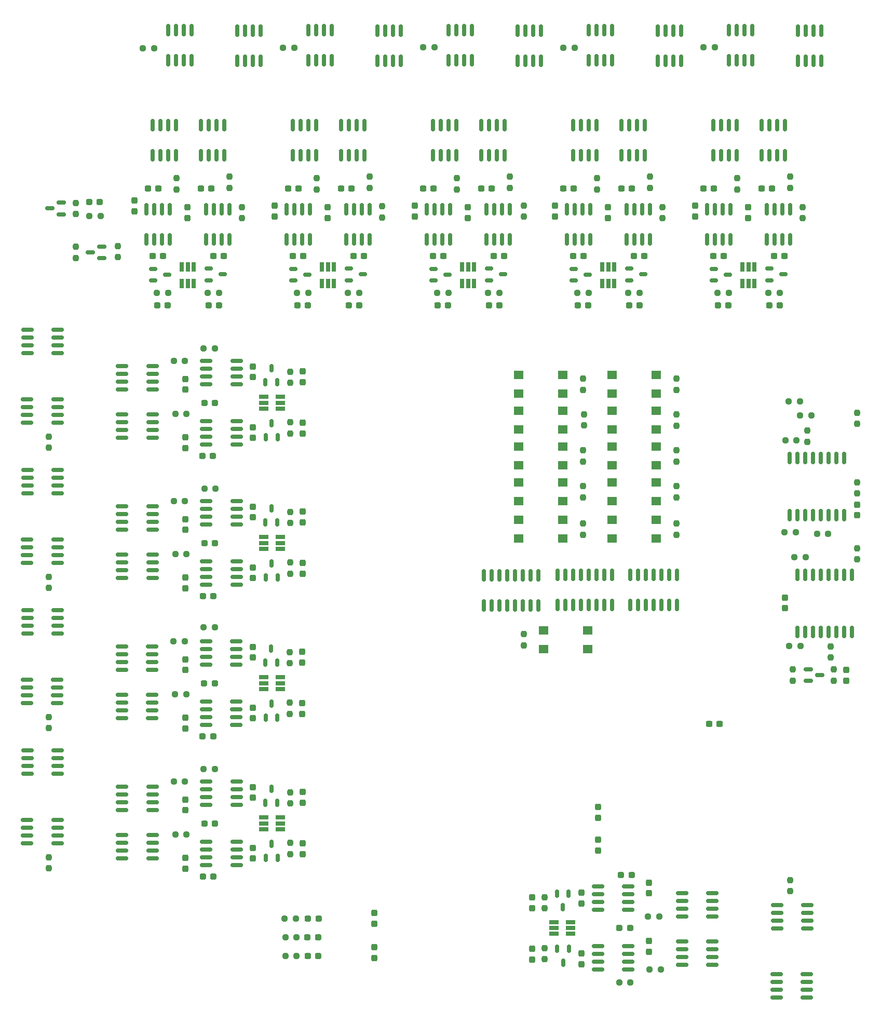
<source format=gtp>
G04 #@! TF.GenerationSoftware,KiCad,Pcbnew,7.0.7*
G04 #@! TF.CreationDate,2024-04-12T20:37:08-05:00*
G04 #@! TF.ProjectId,Armboard_Hardware,41726d62-6f61-4726-945f-486172647761,rev?*
G04 #@! TF.SameCoordinates,Original*
G04 #@! TF.FileFunction,Paste,Top*
G04 #@! TF.FilePolarity,Positive*
%FSLAX46Y46*%
G04 Gerber Fmt 4.6, Leading zero omitted, Abs format (unit mm)*
G04 Created by KiCad (PCBNEW 7.0.7) date 2024-04-12 20:37:08*
%MOMM*%
%LPD*%
G01*
G04 APERTURE LIST*
G04 Aperture macros list*
%AMRoundRect*
0 Rectangle with rounded corners*
0 $1 Rounding radius*
0 $2 $3 $4 $5 $6 $7 $8 $9 X,Y pos of 4 corners*
0 Add a 4 corners polygon primitive as box body*
4,1,4,$2,$3,$4,$5,$6,$7,$8,$9,$2,$3,0*
0 Add four circle primitives for the rounded corners*
1,1,$1+$1,$2,$3*
1,1,$1+$1,$4,$5*
1,1,$1+$1,$6,$7*
1,1,$1+$1,$8,$9*
0 Add four rect primitives between the rounded corners*
20,1,$1+$1,$2,$3,$4,$5,0*
20,1,$1+$1,$4,$5,$6,$7,0*
20,1,$1+$1,$6,$7,$8,$9,0*
20,1,$1+$1,$8,$9,$2,$3,0*%
G04 Aperture macros list end*
%ADD10RoundRect,0.150000X0.825000X0.150000X-0.825000X0.150000X-0.825000X-0.150000X0.825000X-0.150000X0*%
%ADD11RoundRect,0.150000X-0.512500X-0.150000X0.512500X-0.150000X0.512500X0.150000X-0.512500X0.150000X0*%
%ADD12RoundRect,0.150000X0.150000X-0.825000X0.150000X0.825000X-0.150000X0.825000X-0.150000X-0.825000X0*%
%ADD13RoundRect,0.237500X0.237500X-0.287500X0.237500X0.287500X-0.237500X0.287500X-0.237500X-0.287500X0*%
%ADD14RoundRect,0.237500X-0.250000X-0.237500X0.250000X-0.237500X0.250000X0.237500X-0.250000X0.237500X0*%
%ADD15RoundRect,0.237500X-0.287500X-0.237500X0.287500X-0.237500X0.287500X0.237500X-0.287500X0.237500X0*%
%ADD16RoundRect,0.237500X-0.300000X-0.237500X0.300000X-0.237500X0.300000X0.237500X-0.300000X0.237500X0*%
%ADD17RoundRect,0.237500X0.237500X-0.250000X0.237500X0.250000X-0.237500X0.250000X-0.237500X-0.250000X0*%
%ADD18RoundRect,0.237500X0.250000X0.237500X-0.250000X0.237500X-0.250000X-0.237500X0.250000X-0.237500X0*%
%ADD19R,0.650000X1.560000*%
%ADD20RoundRect,0.237500X0.287500X0.237500X-0.287500X0.237500X-0.287500X-0.237500X0.287500X-0.237500X0*%
%ADD21RoundRect,0.150000X0.150000X-0.875000X0.150000X0.875000X-0.150000X0.875000X-0.150000X-0.875000X0*%
%ADD22RoundRect,0.237500X0.237500X-0.300000X0.237500X0.300000X-0.237500X0.300000X-0.237500X-0.300000X0*%
%ADD23RoundRect,0.237500X-0.237500X0.250000X-0.237500X-0.250000X0.237500X-0.250000X0.237500X0.250000X0*%
%ADD24RoundRect,0.237500X-0.237500X0.300000X-0.237500X-0.300000X0.237500X-0.300000X0.237500X0.300000X0*%
%ADD25R,1.560000X0.650000*%
%ADD26RoundRect,0.150000X0.150000X-0.512500X0.150000X0.512500X-0.150000X0.512500X-0.150000X-0.512500X0*%
%ADD27R,1.600000X1.400000*%
%ADD28RoundRect,0.237500X-0.237500X0.287500X-0.237500X-0.287500X0.237500X-0.287500X0.237500X0.287500X0*%
%ADD29RoundRect,0.150000X-0.150000X0.512500X-0.150000X-0.512500X0.150000X-0.512500X0.150000X0.512500X0*%
%ADD30RoundRect,0.150000X-0.825000X-0.150000X0.825000X-0.150000X0.825000X0.150000X-0.825000X0.150000X0*%
%ADD31RoundRect,0.150000X-0.150000X0.875000X-0.150000X-0.875000X0.150000X-0.875000X0.150000X0.875000X0*%
%ADD32RoundRect,0.150000X0.587500X0.150000X-0.587500X0.150000X-0.587500X-0.150000X0.587500X-0.150000X0*%
%ADD33RoundRect,0.237500X0.300000X0.237500X-0.300000X0.237500X-0.300000X-0.237500X0.300000X-0.237500X0*%
%ADD34RoundRect,0.150000X-0.587500X-0.150000X0.587500X-0.150000X0.587500X0.150000X-0.587500X0.150000X0*%
%ADD35RoundRect,0.150000X-0.150000X0.825000X-0.150000X-0.825000X0.150000X-0.825000X0.150000X0.825000X0*%
G04 APERTURE END LIST*
D10*
X70482000Y-153995000D03*
X70482000Y-152725000D03*
X70482000Y-151455000D03*
X70482000Y-150185000D03*
X65532000Y-150185000D03*
X65532000Y-151455000D03*
X65532000Y-152725000D03*
X65532000Y-153995000D03*
D11*
X157358500Y-66515200D03*
X157358500Y-68415200D03*
X159633500Y-67465200D03*
X102616000Y-66581200D03*
X102616000Y-68481200D03*
X104891000Y-67531200D03*
D12*
X133276380Y-48068200D03*
X134546380Y-48068200D03*
X135816380Y-48068200D03*
X137086380Y-48068200D03*
X137086380Y-43118200D03*
X135816380Y-43118200D03*
X134546380Y-43118200D03*
X133276380Y-43118200D03*
D13*
X81243000Y-107862380D03*
X81243000Y-106112380D03*
D11*
X79756000Y-66581200D03*
X79756000Y-68481200D03*
X82031000Y-67531200D03*
D14*
X146653880Y-30452000D03*
X148478880Y-30452000D03*
D15*
X148985000Y-72545200D03*
X150735000Y-72545200D03*
D16*
X133241880Y-53467200D03*
X134966880Y-53467200D03*
D17*
X117348000Y-58062500D03*
X117348000Y-56237500D03*
D16*
X146603380Y-53467200D03*
X148328380Y-53467200D03*
D17*
X162814000Y-58316500D03*
X162814000Y-56491500D03*
D18*
X62315500Y-158811000D03*
X60490500Y-158811000D03*
D19*
X107304880Y-68961200D03*
X108254880Y-68961200D03*
X109204880Y-68961200D03*
X109204880Y-66261200D03*
X108254880Y-66261200D03*
X107304880Y-66261200D03*
D20*
X66661000Y-97081380D03*
X64911000Y-97081380D03*
D14*
X103227380Y-70513200D03*
X105052380Y-70513200D03*
D21*
X161983305Y-125774000D03*
X163253305Y-125774000D03*
X164523305Y-125774000D03*
X165793305Y-125774000D03*
X167063305Y-125774000D03*
X168333305Y-125774000D03*
X169603305Y-125774000D03*
X170873305Y-125774000D03*
X170873305Y-116474000D03*
X169603305Y-116474000D03*
X168333305Y-116474000D03*
X167063305Y-116474000D03*
X165793305Y-116474000D03*
X164523305Y-116474000D03*
X163253305Y-116474000D03*
X161983305Y-116474000D03*
D22*
X73152000Y-107088000D03*
X73152000Y-105363000D03*
D20*
X83795000Y-175538500D03*
X82045000Y-175538500D03*
D13*
X99567880Y-58039200D03*
X99567880Y-56289200D03*
X81243000Y-93384380D03*
X81243000Y-91634380D03*
D23*
X142216000Y-90297500D03*
X142216000Y-92122500D03*
D13*
X85343880Y-58293200D03*
X85343880Y-56543200D03*
D14*
X57507500Y-70513200D03*
X59332500Y-70513200D03*
D13*
X81243000Y-85002380D03*
X81243000Y-83252380D03*
D22*
X62150800Y-131987500D03*
X62150800Y-130262500D03*
D24*
X126746000Y-168301500D03*
X126746000Y-170026500D03*
D14*
X165162805Y-109752000D03*
X166987805Y-109752000D03*
D25*
X77659000Y-89344500D03*
X77659000Y-88394500D03*
X77659000Y-87444500D03*
X74959000Y-87444500D03*
X74959000Y-88394500D03*
X74959000Y-89344500D03*
D16*
X100883380Y-53467200D03*
X102608380Y-53467200D03*
D22*
X62165000Y-164346000D03*
X62165000Y-162621000D03*
D26*
X75213000Y-85010880D03*
X77113000Y-85010880D03*
X76163000Y-82735880D03*
D15*
X46447500Y-55692000D03*
X48197500Y-55692000D03*
D12*
X55745500Y-61784200D03*
X57015500Y-61784200D03*
X58285500Y-61784200D03*
X59555500Y-61784200D03*
X59555500Y-56834200D03*
X58285500Y-56834200D03*
X57015500Y-56834200D03*
X55745500Y-56834200D03*
D13*
X122427880Y-58039200D03*
X122427880Y-56289200D03*
D22*
X73137800Y-129948000D03*
X73137800Y-128223000D03*
D13*
X81228800Y-130722380D03*
X81228800Y-128972380D03*
D15*
X132907000Y-173990000D03*
X134657000Y-173990000D03*
D14*
X80367380Y-70513200D03*
X82192380Y-70513200D03*
D12*
X162044380Y-32639200D03*
X163314380Y-32639200D03*
X164584380Y-32639200D03*
X165854380Y-32639200D03*
X165854380Y-27689200D03*
X164584380Y-27689200D03*
X163314380Y-27689200D03*
X162044380Y-27689200D03*
D16*
X66701500Y-64454200D03*
X68426500Y-64454200D03*
D20*
X66991000Y-111305500D03*
X65241000Y-111305500D03*
D12*
X156136380Y-48068200D03*
X157406380Y-48068200D03*
X158676380Y-48068200D03*
X159946380Y-48068200D03*
X159946380Y-43118200D03*
X158676380Y-43118200D03*
X157406380Y-43118200D03*
X156136380Y-43118200D03*
D14*
X162409500Y-90424000D03*
X164234500Y-90424000D03*
D12*
X105021380Y-32574200D03*
X106291380Y-32574200D03*
X107561380Y-32574200D03*
X108831380Y-32574200D03*
X108831380Y-27624200D03*
X107561380Y-27624200D03*
X106291380Y-27624200D03*
X105021380Y-27624200D03*
D13*
X81243000Y-116244380D03*
X81243000Y-114494380D03*
D17*
X69334500Y-53363700D03*
X69334500Y-51538700D03*
D12*
X134094380Y-61784200D03*
X135364380Y-61784200D03*
X136634380Y-61784200D03*
X137904380Y-61784200D03*
X137904380Y-56834200D03*
X136634380Y-56834200D03*
X135364380Y-56834200D03*
X134094380Y-56834200D03*
D16*
X123743380Y-53467200D03*
X125468380Y-53467200D03*
D10*
X70482000Y-118044000D03*
X70482000Y-116774000D03*
X70482000Y-115504000D03*
X70482000Y-114234000D03*
X65532000Y-114234000D03*
X65532000Y-115504000D03*
X65532000Y-116774000D03*
X65532000Y-118044000D03*
X41272000Y-160208000D03*
X41272000Y-158938000D03*
X41272000Y-157668000D03*
X41272000Y-156398000D03*
X36322000Y-156398000D03*
X36322000Y-157668000D03*
X36322000Y-158938000D03*
X36322000Y-160208000D03*
D12*
X56822500Y-48068200D03*
X58092500Y-48068200D03*
X59362500Y-48068200D03*
X60632500Y-48068200D03*
X60632500Y-43118200D03*
X59362500Y-43118200D03*
X58092500Y-43118200D03*
X56822500Y-43118200D03*
X124325380Y-61784200D03*
X125595380Y-61784200D03*
X126865380Y-61784200D03*
X128135380Y-61784200D03*
X128135380Y-56834200D03*
X126865380Y-56834200D03*
X125595380Y-56834200D03*
X124325380Y-56834200D03*
D27*
X131758000Y-83868000D03*
X138958000Y-83868000D03*
X131758000Y-86868000D03*
X138958000Y-86868000D03*
D24*
X92964000Y-171603500D03*
X92964000Y-173328500D03*
D14*
X78341250Y-172490500D03*
X80166250Y-172490500D03*
D17*
X152138380Y-53617700D03*
X152138380Y-51792700D03*
D28*
X169905805Y-131970500D03*
X169905805Y-133720500D03*
D12*
X93464380Y-32639200D03*
X94734380Y-32639200D03*
X96004380Y-32639200D03*
X97274380Y-32639200D03*
X97274380Y-27689200D03*
X96004380Y-27689200D03*
X94734380Y-27689200D03*
X93464380Y-27689200D03*
D29*
X124619000Y-168402120D03*
X122719000Y-168402120D03*
X123669000Y-170677120D03*
D17*
X83558380Y-53617700D03*
X83558380Y-51792700D03*
D28*
X118655000Y-177433120D03*
X118655000Y-179183120D03*
D17*
X117324000Y-127936500D03*
X117324000Y-126111500D03*
D11*
X56896000Y-66581200D03*
X56896000Y-68481200D03*
X59171000Y-67531200D03*
D13*
X131063880Y-58293200D03*
X131063880Y-56543200D03*
D17*
X94234000Y-58166000D03*
X94234000Y-56341000D03*
D10*
X41257800Y-137348000D03*
X41257800Y-136078000D03*
X41257800Y-134808000D03*
X41257800Y-133538000D03*
X36307800Y-133538000D03*
X36307800Y-134808000D03*
X36307800Y-136078000D03*
X36307800Y-137348000D03*
D23*
X167873805Y-131895500D03*
X167873805Y-133720500D03*
D17*
X115054380Y-53363700D03*
X115054380Y-51538700D03*
D16*
X56795500Y-64454200D03*
X58520500Y-64454200D03*
X158141380Y-64454200D03*
X159866380Y-64454200D03*
D11*
X88778500Y-66515200D03*
X88778500Y-68415200D03*
X91053500Y-67465200D03*
D17*
X79211000Y-116282000D03*
X79211000Y-114457000D03*
D16*
X89561380Y-64454200D03*
X91286380Y-64454200D03*
D11*
X148336000Y-66581200D03*
X148336000Y-68481200D03*
X150611000Y-67531200D03*
D18*
X90470880Y-70513200D03*
X88645880Y-70513200D03*
D14*
X137836500Y-180840500D03*
X139661500Y-180840500D03*
D30*
X158626000Y-170299380D03*
X158626000Y-171569380D03*
X158626000Y-172839380D03*
X158626000Y-174109380D03*
X163576000Y-174109380D03*
X163576000Y-172839380D03*
X163576000Y-171569380D03*
X163576000Y-170299380D03*
D17*
X60698500Y-53617700D03*
X60698500Y-51792700D03*
D15*
X57545000Y-72545200D03*
X59295000Y-72545200D03*
D12*
X88374380Y-61784200D03*
X89644380Y-61784200D03*
X90914380Y-61784200D03*
X92184380Y-61784200D03*
X92184380Y-56834200D03*
X90914380Y-56834200D03*
X89644380Y-56834200D03*
X88374380Y-56834200D03*
D10*
X56751800Y-131953000D03*
X56751800Y-130683000D03*
X56751800Y-129413000D03*
X56751800Y-128143000D03*
X51801800Y-128143000D03*
X51801800Y-129413000D03*
X51801800Y-130683000D03*
X51801800Y-131953000D03*
D22*
X73152000Y-94134000D03*
X73152000Y-92409000D03*
D25*
X77659000Y-157924500D03*
X77659000Y-156974500D03*
X77659000Y-156024500D03*
X74959000Y-156024500D03*
X74959000Y-156974500D03*
X74959000Y-157924500D03*
D11*
X111638500Y-66515200D03*
X111638500Y-68415200D03*
X113913500Y-67465200D03*
D27*
X116518000Y-95552000D03*
X123718000Y-95552000D03*
X116518000Y-98552000D03*
X123718000Y-98552000D03*
D23*
X161218055Y-131895500D03*
X161218055Y-133720500D03*
D13*
X81243000Y-153582380D03*
X81243000Y-151832380D03*
D14*
X160528000Y-88138000D03*
X162353000Y-88138000D03*
D26*
X75198800Y-130730880D03*
X77098800Y-130730880D03*
X76148800Y-128455880D03*
D12*
X111234380Y-61784200D03*
X112504380Y-61784200D03*
X113774380Y-61784200D03*
X115044380Y-61784200D03*
X115044380Y-56834200D03*
X113774380Y-56834200D03*
X112504380Y-56834200D03*
X111234380Y-56834200D03*
D26*
X75213000Y-107870880D03*
X77113000Y-107870880D03*
X76163000Y-105595880D03*
D27*
X116518000Y-89710000D03*
X123718000Y-89710000D03*
X116518000Y-92710000D03*
X123718000Y-92710000D03*
D17*
X71374000Y-58316500D03*
X71374000Y-56491500D03*
D13*
X81243000Y-161964380D03*
X81243000Y-160214380D03*
D12*
X59301500Y-32574200D03*
X60571500Y-32574200D03*
X61841500Y-32574200D03*
X63111500Y-32574200D03*
X63111500Y-27624200D03*
X61841500Y-27624200D03*
X60571500Y-27624200D03*
X59301500Y-27624200D03*
D17*
X51132500Y-64666500D03*
X51132500Y-62841500D03*
D11*
X125476000Y-66581200D03*
X125476000Y-68481200D03*
X127751000Y-67531200D03*
D17*
X171704000Y-103170500D03*
X171704000Y-101345500D03*
D23*
X126976000Y-108077500D03*
X126976000Y-109902500D03*
D20*
X66722800Y-142801500D03*
X64972800Y-142801500D03*
D27*
X116518000Y-107490000D03*
X123718000Y-107490000D03*
X116518000Y-110490000D03*
X123718000Y-110490000D03*
D18*
X62061500Y-81595000D03*
X60236500Y-81595000D03*
D26*
X75264800Y-139753380D03*
X77164800Y-139753380D03*
X76214800Y-137478380D03*
X75279000Y-162613380D03*
X77179000Y-162613380D03*
X76229000Y-160338380D03*
D16*
X156101880Y-53467200D03*
X157826880Y-53467200D03*
D29*
X124685000Y-177424620D03*
X122785000Y-177424620D03*
X123735000Y-179699620D03*
D10*
X56751800Y-139827000D03*
X56751800Y-138557000D03*
X56751800Y-137287000D03*
X56751800Y-136017000D03*
X51801800Y-136017000D03*
X51801800Y-137287000D03*
X51801800Y-138557000D03*
X51801800Y-139827000D03*
D14*
X132883700Y-182880120D03*
X134708700Y-182880120D03*
D12*
X125402380Y-48068200D03*
X126672380Y-48068200D03*
X127942380Y-48068200D03*
X129212380Y-48068200D03*
X129212380Y-43118200D03*
X127942380Y-43118200D03*
X126672380Y-43118200D03*
X125402380Y-43118200D03*
X70604500Y-32639200D03*
X71874500Y-32639200D03*
X73144500Y-32639200D03*
X74414500Y-32639200D03*
X74414500Y-27689200D03*
X73144500Y-27689200D03*
X71874500Y-27689200D03*
X70604500Y-27689200D03*
D26*
X75279000Y-116893380D03*
X77179000Y-116893380D03*
X76229000Y-114618380D03*
D14*
X78451500Y-178576500D03*
X80276500Y-178576500D03*
D11*
X65918500Y-66515200D03*
X65918500Y-68415200D03*
X68193500Y-67465200D03*
D17*
X137914380Y-53363700D03*
X137914380Y-51538700D03*
D23*
X44274500Y-55795500D03*
X44274500Y-57620500D03*
D17*
X39878000Y-141435500D03*
X39878000Y-139610500D03*
D10*
X41337000Y-148905000D03*
X41337000Y-147635000D03*
X41337000Y-146365000D03*
X41337000Y-145095000D03*
X36387000Y-145095000D03*
X36387000Y-146365000D03*
X36387000Y-147635000D03*
X36387000Y-148905000D03*
D31*
X169603305Y-97424000D03*
X168333305Y-97424000D03*
X167063305Y-97424000D03*
X165793305Y-97424000D03*
X164523305Y-97424000D03*
X163253305Y-97424000D03*
X161983305Y-97424000D03*
X160713305Y-97424000D03*
X160713305Y-106724000D03*
X161983305Y-106724000D03*
X163253305Y-106724000D03*
X164523305Y-106724000D03*
X165793305Y-106724000D03*
X167063305Y-106724000D03*
X168333305Y-106724000D03*
X169603305Y-106724000D03*
D20*
X136257000Y-72545200D03*
X134507000Y-72545200D03*
D10*
X70482000Y-85415000D03*
X70482000Y-84145000D03*
X70482000Y-82875000D03*
X70482000Y-81605000D03*
X65532000Y-81605000D03*
X65532000Y-82875000D03*
X65532000Y-84145000D03*
X65532000Y-85415000D03*
D16*
X78886000Y-53467200D03*
X80611000Y-53467200D03*
D10*
X56766000Y-162687000D03*
X56766000Y-161417000D03*
X56766000Y-160147000D03*
X56766000Y-158877000D03*
X51816000Y-158877000D03*
X51816000Y-160147000D03*
X51816000Y-161417000D03*
X51816000Y-162687000D03*
D18*
X67056000Y-102415380D03*
X65231000Y-102415380D03*
D17*
X79211000Y-108003500D03*
X79211000Y-106178500D03*
D19*
X130164880Y-68961200D03*
X131114880Y-68961200D03*
X132064880Y-68961200D03*
X132064880Y-66261200D03*
X131114880Y-66261200D03*
X130164880Y-66261200D03*
D17*
X92194380Y-53363700D03*
X92194380Y-51538700D03*
D18*
X62315500Y-113091000D03*
X60490500Y-113091000D03*
D10*
X56766000Y-86233000D03*
X56766000Y-84963000D03*
X56766000Y-83693000D03*
X56766000Y-82423000D03*
X51816000Y-82423000D03*
X51816000Y-83693000D03*
X51816000Y-84963000D03*
X51816000Y-86233000D03*
D14*
X161456305Y-113562000D03*
X163281305Y-113562000D03*
D10*
X56766000Y-116967000D03*
X56766000Y-115697000D03*
X56766000Y-114427000D03*
X56766000Y-113157000D03*
X51816000Y-113157000D03*
X51816000Y-114427000D03*
X51816000Y-115697000D03*
X51816000Y-116967000D03*
X70482000Y-95184000D03*
X70482000Y-93914000D03*
X70482000Y-92644000D03*
X70482000Y-91374000D03*
X65532000Y-91374000D03*
X65532000Y-92644000D03*
X65532000Y-93914000D03*
X65532000Y-95184000D03*
D18*
X66952500Y-125021380D03*
X65127500Y-125021380D03*
D16*
X148235380Y-64454200D03*
X149960380Y-64454200D03*
D13*
X81228800Y-139104380D03*
X81228800Y-137354380D03*
D14*
X134365880Y-70513200D03*
X136190880Y-70513200D03*
D16*
X135281380Y-64454200D03*
X137006380Y-64454200D03*
D23*
X127186000Y-90273500D03*
X127186000Y-92098500D03*
X160748200Y-166211880D03*
X160748200Y-168036880D03*
D12*
X127881380Y-32574200D03*
X129151380Y-32574200D03*
X130421380Y-32574200D03*
X131691380Y-32574200D03*
X131691380Y-27624200D03*
X130421380Y-27624200D03*
X129151380Y-27624200D03*
X127881380Y-27624200D03*
D13*
X153923880Y-58293200D03*
X153923880Y-56543200D03*
D23*
X126976000Y-96139500D03*
X126976000Y-97964500D03*
D20*
X83867750Y-172490500D03*
X82117750Y-172490500D03*
D24*
X129413000Y-154331500D03*
X129413000Y-156056500D03*
D18*
X62315500Y-90231000D03*
X60490500Y-90231000D03*
D14*
X46513500Y-57978000D03*
X48338500Y-57978000D03*
D18*
X67611000Y-70513200D03*
X65786000Y-70513200D03*
D22*
X62165000Y-95766000D03*
X62165000Y-94041000D03*
D18*
X62061500Y-150175000D03*
X60236500Y-150175000D03*
D20*
X90537000Y-72545200D03*
X88787000Y-72545200D03*
D24*
X137733000Y-166669500D03*
X137733000Y-168394500D03*
D14*
X159973000Y-94488000D03*
X161798000Y-94488000D03*
D22*
X73152000Y-116994000D03*
X73152000Y-115269000D03*
X62150800Y-141486000D03*
X62150800Y-139761000D03*
D17*
X79211000Y-85143500D03*
X79211000Y-83318500D03*
D22*
X171709305Y-106748700D03*
X171709305Y-105023700D03*
D24*
X159951305Y-120183500D03*
X159951305Y-121908500D03*
D14*
X55214000Y-30593000D03*
X57039000Y-30593000D03*
D15*
X103265000Y-72545200D03*
X105015000Y-72545200D03*
D16*
X125375380Y-64454200D03*
X127100380Y-64454200D03*
D32*
X41910000Y-57658000D03*
X41910000Y-55758000D03*
X40035000Y-56708000D03*
D12*
X148262380Y-48068200D03*
X149532380Y-48068200D03*
X150802380Y-48068200D03*
X152072380Y-48068200D03*
X152072380Y-43118200D03*
X150802380Y-43118200D03*
X149532380Y-43118200D03*
X148262380Y-43118200D03*
D17*
X163576000Y-94742000D03*
X163576000Y-92917000D03*
X167386000Y-129944500D03*
X167386000Y-128119500D03*
D27*
X131758000Y-89710000D03*
X138958000Y-89710000D03*
X131758000Y-92710000D03*
X138958000Y-92710000D03*
D10*
X70482000Y-163764000D03*
X70482000Y-162494000D03*
X70482000Y-161224000D03*
X70482000Y-159954000D03*
X65532000Y-159954000D03*
X65532000Y-161224000D03*
X65532000Y-162494000D03*
X65532000Y-163764000D03*
D18*
X66952500Y-148135380D03*
X65127500Y-148135380D03*
D26*
X75279000Y-94033380D03*
X77179000Y-94033380D03*
X76229000Y-91758380D03*
D16*
X56026000Y-53467200D03*
X57751000Y-53467200D03*
D22*
X73152000Y-162714000D03*
X73152000Y-160989000D03*
D17*
X171704000Y-91844500D03*
X171704000Y-90019500D03*
D16*
X112421380Y-64454200D03*
X114146380Y-64454200D03*
D23*
X142216000Y-108077500D03*
X142216000Y-109902500D03*
D22*
X62165000Y-118626000D03*
X62165000Y-116901000D03*
X92964000Y-178916500D03*
X92964000Y-177191500D03*
D10*
X70467800Y-140904000D03*
X70467800Y-139634000D03*
X70467800Y-138364000D03*
X70467800Y-137094000D03*
X65517800Y-137094000D03*
X65517800Y-138364000D03*
X65517800Y-139634000D03*
X65517800Y-140904000D03*
D27*
X131758000Y-101394000D03*
X138958000Y-101394000D03*
X131758000Y-104394000D03*
X138958000Y-104394000D03*
D17*
X129278380Y-53617700D03*
X129278380Y-51792700D03*
X79211000Y-93422000D03*
X79211000Y-91597000D03*
D16*
X110381880Y-53467200D03*
X112106880Y-53467200D03*
D17*
X79211000Y-162002000D03*
X79211000Y-160177000D03*
D15*
X133161000Y-165354000D03*
X134911000Y-165354000D03*
D10*
X41272000Y-114488000D03*
X41272000Y-113218000D03*
X41272000Y-111948000D03*
X41272000Y-110678000D03*
X36322000Y-110678000D03*
X36322000Y-111948000D03*
X36322000Y-113218000D03*
X36322000Y-114488000D03*
D12*
X82161380Y-32574200D03*
X83431380Y-32574200D03*
X84701380Y-32574200D03*
X85971380Y-32574200D03*
X85971380Y-27624200D03*
X84701380Y-27624200D03*
X83431380Y-27624200D03*
X82161380Y-27624200D03*
D23*
X126976000Y-101981500D03*
X126976000Y-103806500D03*
X44274500Y-62945000D03*
X44274500Y-64770000D03*
D20*
X66991000Y-157025500D03*
X65241000Y-157025500D03*
D12*
X65514500Y-61784200D03*
X66784500Y-61784200D03*
X68054500Y-61784200D03*
X69324500Y-61784200D03*
X69324500Y-56834200D03*
X68054500Y-56834200D03*
X66784500Y-56834200D03*
X65514500Y-56834200D03*
D17*
X39878000Y-95715500D03*
X39878000Y-93890500D03*
D14*
X78451500Y-175548500D03*
X80276500Y-175548500D03*
D22*
X62165000Y-154847500D03*
X62165000Y-153122500D03*
D10*
X41272000Y-91628000D03*
X41272000Y-90358000D03*
X41272000Y-89088000D03*
X41272000Y-87818000D03*
X36322000Y-87818000D03*
X36322000Y-89088000D03*
X36322000Y-90358000D03*
X36322000Y-91628000D03*
D12*
X122881000Y-121371000D03*
X124151000Y-121371000D03*
X125421000Y-121371000D03*
X126691000Y-121371000D03*
X127961000Y-121371000D03*
X129231000Y-121371000D03*
X130501000Y-121371000D03*
X131771000Y-121371000D03*
X131771000Y-116421000D03*
X130501000Y-116421000D03*
X129231000Y-116421000D03*
X127961000Y-116421000D03*
X126691000Y-116421000D03*
X125421000Y-116421000D03*
X124151000Y-116421000D03*
X122881000Y-116421000D03*
D19*
X84444880Y-68961200D03*
X85394880Y-68961200D03*
X86344880Y-68961200D03*
X86344880Y-66261200D03*
X85394880Y-66261200D03*
X84444880Y-66261200D03*
D25*
X77644800Y-135064500D03*
X77644800Y-134114500D03*
X77644800Y-133164500D03*
X74944800Y-133164500D03*
X74944800Y-134114500D03*
X74944800Y-135064500D03*
D18*
X66952500Y-79555380D03*
X65127500Y-79555380D03*
D12*
X134692000Y-121371000D03*
X135962000Y-121371000D03*
X137232000Y-121371000D03*
X138502000Y-121371000D03*
X139772000Y-121371000D03*
X141042000Y-121371000D03*
X142312000Y-121371000D03*
X142312000Y-116421000D03*
X141042000Y-116421000D03*
X139772000Y-116421000D03*
X138502000Y-116421000D03*
X137232000Y-116421000D03*
X135962000Y-116421000D03*
X134692000Y-116421000D03*
D18*
X113330880Y-70513200D03*
X111505880Y-70513200D03*
D10*
X41337000Y-103185000D03*
X41337000Y-101915000D03*
X41337000Y-100645000D03*
X41337000Y-99375000D03*
X36387000Y-99375000D03*
X36387000Y-100645000D03*
X36387000Y-101915000D03*
X36387000Y-103185000D03*
X56766000Y-94107000D03*
X56766000Y-92837000D03*
X56766000Y-91567000D03*
X56766000Y-90297000D03*
X51816000Y-90297000D03*
X51816000Y-91567000D03*
X51816000Y-92837000D03*
X51816000Y-94107000D03*
D20*
X67677000Y-72545200D03*
X65927000Y-72545200D03*
D23*
X142216000Y-84455500D03*
X142216000Y-86280500D03*
D27*
X131758000Y-95552000D03*
X138958000Y-95552000D03*
X131758000Y-98552000D03*
X138958000Y-98552000D03*
D22*
X73152000Y-84228000D03*
X73152000Y-82503000D03*
D19*
X61585000Y-68961200D03*
X62535000Y-68961200D03*
X63485000Y-68961200D03*
X63485000Y-66261200D03*
X62535000Y-66261200D03*
X61585000Y-66261200D03*
D12*
X116324380Y-32639200D03*
X117594380Y-32639200D03*
X118864380Y-32639200D03*
X120134380Y-32639200D03*
X120134380Y-27689200D03*
X118864380Y-27689200D03*
X117594380Y-27689200D03*
X116324380Y-27689200D03*
D18*
X161694500Y-109474000D03*
X159869500Y-109474000D03*
D16*
X102515380Y-64454200D03*
X104240380Y-64454200D03*
D19*
X153024880Y-68961200D03*
X153974880Y-68961200D03*
X154924880Y-68961200D03*
X154924880Y-66261200D03*
X153974880Y-66261200D03*
X153024880Y-66261200D03*
D24*
X137733000Y-176168000D03*
X137733000Y-177893000D03*
D23*
X120687000Y-177292000D03*
X120687000Y-179117000D03*
D11*
X134498500Y-66515200D03*
X134498500Y-68415200D03*
X136773500Y-67465200D03*
D27*
X131758000Y-107490000D03*
X138958000Y-107490000D03*
X131758000Y-110490000D03*
X138958000Y-110490000D03*
D12*
X139184380Y-32639200D03*
X140454380Y-32639200D03*
X141724380Y-32639200D03*
X142994380Y-32639200D03*
X142994380Y-27689200D03*
X141724380Y-27689200D03*
X140454380Y-27689200D03*
X139184380Y-27689200D03*
D10*
X56766000Y-154813000D03*
X56766000Y-153543000D03*
X56766000Y-152273000D03*
X56766000Y-151003000D03*
X51816000Y-151003000D03*
X51816000Y-152273000D03*
X51816000Y-153543000D03*
X51816000Y-154813000D03*
D13*
X62484000Y-58293200D03*
X62484000Y-56543200D03*
D12*
X147185380Y-61784200D03*
X148455380Y-61784200D03*
X149725380Y-61784200D03*
X150995380Y-61784200D03*
X150995380Y-56834200D03*
X149725380Y-56834200D03*
X148455380Y-56834200D03*
X147185380Y-56834200D03*
D18*
X62047300Y-127315000D03*
X60222300Y-127315000D03*
D12*
X102542380Y-48068200D03*
X103812380Y-48068200D03*
X105082380Y-48068200D03*
X106352380Y-48068200D03*
X106352380Y-43118200D03*
X105082380Y-43118200D03*
X103812380Y-43118200D03*
X102542380Y-43118200D03*
D13*
X145287880Y-58039200D03*
X145287880Y-56289200D03*
D27*
X116518000Y-83868000D03*
X123718000Y-83868000D03*
X116518000Y-86868000D03*
X123718000Y-86868000D03*
D14*
X148947380Y-70513200D03*
X150772380Y-70513200D03*
D30*
X158561000Y-181602380D03*
X158561000Y-182872380D03*
X158561000Y-184142380D03*
X158561000Y-185412380D03*
X163511000Y-185412380D03*
X163511000Y-184142380D03*
X163511000Y-182872380D03*
X163511000Y-181602380D03*
D17*
X106418380Y-53617700D03*
X106418380Y-51792700D03*
D20*
X66991000Y-88445500D03*
X65241000Y-88445500D03*
D18*
X162456500Y-128016000D03*
X160631500Y-128016000D03*
D12*
X110416380Y-48068200D03*
X111686380Y-48068200D03*
X112956380Y-48068200D03*
X114226380Y-48068200D03*
X114226380Y-43118200D03*
X112956380Y-43118200D03*
X111686380Y-43118200D03*
X110416380Y-43118200D03*
D22*
X62165000Y-86267500D03*
X62165000Y-84542500D03*
D25*
X122239000Y-173091000D03*
X122239000Y-174041000D03*
X122239000Y-174991000D03*
X124939000Y-174991000D03*
X124939000Y-174041000D03*
X124939000Y-173091000D03*
D33*
X149258305Y-140740000D03*
X147533305Y-140740000D03*
D20*
X66737000Y-165661500D03*
X64987000Y-165661500D03*
X66976800Y-134165500D03*
X65226800Y-134165500D03*
D14*
X100933880Y-30452000D03*
X102758880Y-30452000D03*
D24*
X126746000Y-178207500D03*
X126746000Y-179932500D03*
D17*
X39878000Y-118575500D03*
X39878000Y-116750500D03*
D15*
X126125000Y-72545200D03*
X127875000Y-72545200D03*
D23*
X120687000Y-169013500D03*
X120687000Y-170838500D03*
D15*
X80405000Y-72545200D03*
X82155000Y-72545200D03*
D12*
X101465380Y-61784200D03*
X102735380Y-61784200D03*
X104005380Y-61784200D03*
X105275380Y-61784200D03*
X105275380Y-56834200D03*
X104005380Y-56834200D03*
X102735380Y-56834200D03*
X101465380Y-56834200D03*
D25*
X77659000Y-112204500D03*
X77659000Y-111254500D03*
X77659000Y-110304500D03*
X74959000Y-110304500D03*
X74959000Y-111254500D03*
X74959000Y-112204500D03*
D12*
X156954380Y-61784200D03*
X158224380Y-61784200D03*
X159494380Y-61784200D03*
X160764380Y-61784200D03*
X160764380Y-56834200D03*
X159494380Y-56834200D03*
X158224380Y-56834200D03*
X156954380Y-56834200D03*
D28*
X118655000Y-169051120D03*
X118655000Y-170801120D03*
D16*
X79655380Y-64454200D03*
X81380380Y-64454200D03*
D27*
X116518000Y-101394000D03*
X123718000Y-101394000D03*
X116518000Y-104394000D03*
X123718000Y-104394000D03*
D17*
X139954000Y-58316500D03*
X139954000Y-56491500D03*
D23*
X126976000Y-84455500D03*
X126976000Y-86280500D03*
X142216000Y-96139500D03*
X142216000Y-97964500D03*
D20*
X113397000Y-72545200D03*
X111647000Y-72545200D03*
D14*
X126087380Y-70513200D03*
X127912380Y-70513200D03*
D30*
X129416000Y-177020500D03*
X129416000Y-178290500D03*
X129416000Y-179560500D03*
X129416000Y-180830500D03*
X134366000Y-180830500D03*
X134366000Y-179560500D03*
X134366000Y-178290500D03*
X134366000Y-177020500D03*
D27*
X127782000Y-128524000D03*
X120582000Y-128524000D03*
X127782000Y-125524000D03*
X120582000Y-125524000D03*
D14*
X157225880Y-70513200D03*
X159050880Y-70513200D03*
D13*
X53848000Y-57164200D03*
X53848000Y-55414200D03*
D22*
X73137800Y-139854000D03*
X73137800Y-138129000D03*
D14*
X123793880Y-30480000D03*
X125618880Y-30480000D03*
D22*
X73152000Y-152808000D03*
X73152000Y-151083000D03*
D20*
X83853500Y-178586500D03*
X82103500Y-178586500D03*
D30*
X143132000Y-176202500D03*
X143132000Y-177472500D03*
X143132000Y-178742500D03*
X143132000Y-180012500D03*
X148082000Y-180012500D03*
X148082000Y-178742500D03*
X148082000Y-177472500D03*
X148082000Y-176202500D03*
D10*
X41337000Y-80325000D03*
X41337000Y-79055000D03*
X41337000Y-77785000D03*
X41337000Y-76515000D03*
X36387000Y-76515000D03*
X36387000Y-77785000D03*
X36387000Y-79055000D03*
X36387000Y-80325000D03*
D30*
X129416000Y-167251500D03*
X129416000Y-168521500D03*
X129416000Y-169791500D03*
X129416000Y-171061500D03*
X134366000Y-171061500D03*
X134366000Y-169791500D03*
X134366000Y-168521500D03*
X134366000Y-167251500D03*
D14*
X78073880Y-30480000D03*
X79898880Y-30480000D03*
D22*
X62165000Y-109127500D03*
X62165000Y-107402500D03*
D12*
X150741380Y-32574200D03*
X152011380Y-32574200D03*
X153281380Y-32574200D03*
X154551380Y-32574200D03*
X154551380Y-27624200D03*
X153281380Y-27624200D03*
X152011380Y-27624200D03*
X150741380Y-27624200D03*
D20*
X159117000Y-72545200D03*
X157367000Y-72545200D03*
X66737000Y-119941500D03*
X64987000Y-119941500D03*
D12*
X79682380Y-48068200D03*
X80952380Y-48068200D03*
X82222380Y-48068200D03*
X83492380Y-48068200D03*
X83492380Y-43118200D03*
X82222380Y-43118200D03*
X80952380Y-43118200D03*
X79682380Y-43118200D03*
D17*
X160774380Y-53363700D03*
X160774380Y-51538700D03*
X79196800Y-139142000D03*
X79196800Y-137317000D03*
D32*
X48514000Y-64807500D03*
X48514000Y-62907500D03*
X46639000Y-63857500D03*
D16*
X87521880Y-53467200D03*
X89246880Y-53467200D03*
D17*
X39878000Y-164295500D03*
X39878000Y-162470500D03*
D30*
X143132000Y-168328500D03*
X143132000Y-169598500D03*
X143132000Y-170868500D03*
X143132000Y-172138500D03*
X148082000Y-172138500D03*
X148082000Y-170868500D03*
X148082000Y-169598500D03*
X148082000Y-168328500D03*
D23*
X142216000Y-101981500D03*
X142216000Y-103806500D03*
D10*
X56766000Y-109093000D03*
X56766000Y-107823000D03*
X56766000Y-106553000D03*
X56766000Y-105283000D03*
X51816000Y-105283000D03*
X51816000Y-106553000D03*
X51816000Y-107823000D03*
X51816000Y-109093000D03*
D18*
X62061500Y-104455000D03*
X60236500Y-104455000D03*
D34*
X163712805Y-131858000D03*
X163712805Y-133758000D03*
X165587805Y-132808000D03*
D13*
X76707880Y-58039200D03*
X76707880Y-56289200D03*
D17*
X79211000Y-153723500D03*
X79211000Y-151898500D03*
D10*
X41322800Y-126045000D03*
X41322800Y-124775000D03*
X41322800Y-123505000D03*
X41322800Y-122235000D03*
X36372800Y-122235000D03*
X36372800Y-123505000D03*
X36372800Y-124775000D03*
X36372800Y-126045000D03*
D22*
X129413000Y-161390500D03*
X129413000Y-159665500D03*
D26*
X75213000Y-153590880D03*
X77113000Y-153590880D03*
X76163000Y-151315880D03*
D35*
X119737000Y-116499500D03*
X118467000Y-116499500D03*
X117197000Y-116499500D03*
X115927000Y-116499500D03*
X114657000Y-116499500D03*
X113387000Y-116499500D03*
X112117000Y-116499500D03*
X110847000Y-116499500D03*
X110847000Y-121449500D03*
X112117000Y-121449500D03*
X113387000Y-121449500D03*
X114657000Y-121449500D03*
X115927000Y-121449500D03*
X117197000Y-121449500D03*
X118467000Y-121449500D03*
X119737000Y-121449500D03*
D23*
X171704000Y-112117500D03*
X171704000Y-113942500D03*
D16*
X64662000Y-53467200D03*
X66387000Y-53467200D03*
D10*
X70467800Y-131135000D03*
X70467800Y-129865000D03*
X70467800Y-128595000D03*
X70467800Y-127325000D03*
X65517800Y-127325000D03*
X65517800Y-128595000D03*
X65517800Y-129865000D03*
X65517800Y-131135000D03*
D12*
X78605380Y-61784200D03*
X79875380Y-61784200D03*
X81145380Y-61784200D03*
X82415380Y-61784200D03*
X82415380Y-56834200D03*
X81145380Y-56834200D03*
X79875380Y-56834200D03*
X78605380Y-56834200D03*
D13*
X108203880Y-58293200D03*
X108203880Y-56543200D03*
D18*
X62301300Y-135951000D03*
X60476300Y-135951000D03*
D12*
X87556380Y-48068200D03*
X88826380Y-48068200D03*
X90096380Y-48068200D03*
X91366380Y-48068200D03*
X91366380Y-43118200D03*
X90096380Y-43118200D03*
X88826380Y-43118200D03*
X87556380Y-43118200D03*
D10*
X70482000Y-108275000D03*
X70482000Y-107005000D03*
X70482000Y-105735000D03*
X70482000Y-104465000D03*
X65532000Y-104465000D03*
X65532000Y-105735000D03*
X65532000Y-107005000D03*
X65532000Y-108275000D03*
D14*
X137582500Y-172204500D03*
X139407500Y-172204500D03*
D17*
X79196800Y-130863500D03*
X79196800Y-129038500D03*
D12*
X64696500Y-48068200D03*
X65966500Y-48068200D03*
X67236500Y-48068200D03*
X68506500Y-48068200D03*
X68506500Y-43118200D03*
X67236500Y-43118200D03*
X65966500Y-43118200D03*
X64696500Y-43118200D03*
M02*

</source>
